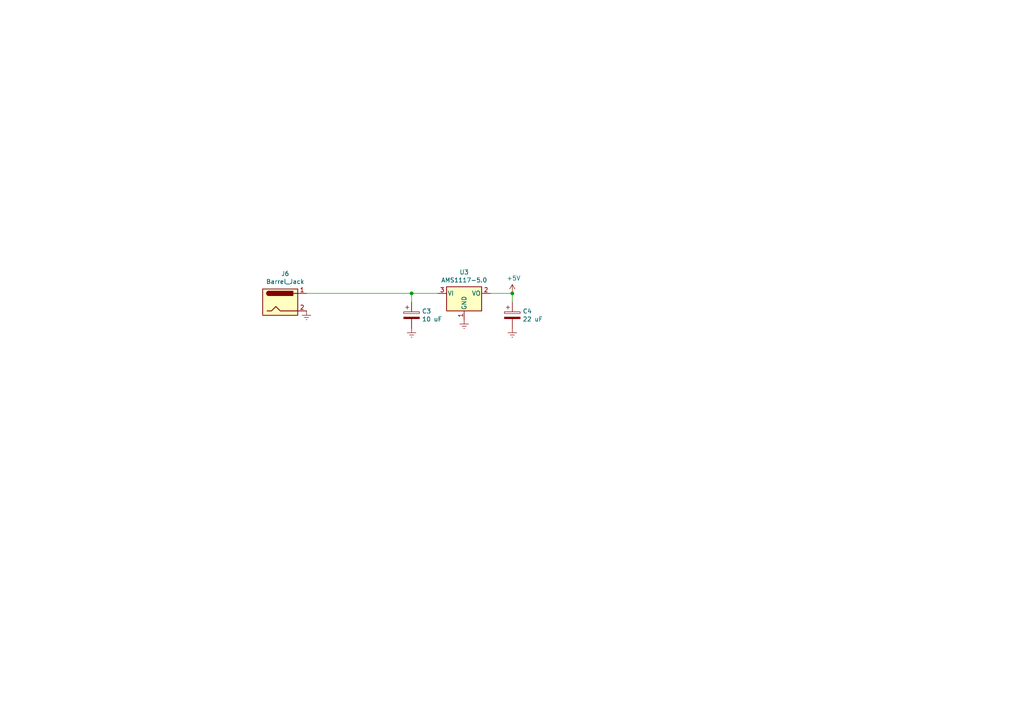
<source format=kicad_sch>
(kicad_sch (version 20211123) (generator eeschema)
  (paper "A4")
  (lib_symbols
    (symbol "Connector:Barrel_Jack" (pin_names (offset 1.016))
      (property "Reference" "J" (at 0 5.334 0))
      (property "Value" "Barrel_Jack" (at 0 -5.08 0))
      (symbol "Barrel_Jack_0_1"
        (rectangle (start -5.08 3.81) (end 5.08 -3.81) (stroke (width 0.254)) (fill (type background)))
        (arc (start -3.302 3.175) (mid -3.937 2.54) (end -3.302 1.905) (stroke (width 0.254)))
        (arc (start -3.302 3.175) (mid -3.937 2.54) (end -3.302 1.905) (stroke (width 0.254)) (fill (type outline)))
        (polyline (pts (xy 5.08 2.54) (xy 3.81 2.54)) (stroke (width 0.254)))
        (polyline (pts (xy -3.81 -2.54) (xy -2.54 -2.54) (xy -1.27 -1.27) (xy 0 -2.54) (xy 2.54 -2.54) (xy 5.08 -2.54)) (stroke (width 0.254)))
        (rectangle (start 3.683 3.175) (end -3.302 1.905) (stroke (width 0.254)) (fill (type outline)))
      )
      (symbol "Barrel_Jack_1_1"
        (pin passive line (at 7.62 2.54 180) (length 2.54) (name "~") (number "1"))
        (pin passive line (at 7.62 -2.54 180) (length 2.54) (name "~") (number "2"))
      )
    )
    (symbol "Regulator_Linear:AMS1117-5.0" (pin_names (offset 0.254))
      (property "Reference" "U" (at -3.81 3.175 0))
      (property "Value" "AMS1117-5.0" (at 0 3.175 0))
      (symbol "AMS1117-5.0_0_1"
        (rectangle (start -5.08 -5.08) (end 5.08 1.905) (stroke (width 0.254)) (fill (type background)))
      )
      (symbol "AMS1117-5.0_1_1"
        (pin power_in line (at 0 -7.62 90) (length 2.54) (name "GND") (number "1"))
        (pin power_out line (at 7.62 0 180) (length 2.54) (name "VO") (number "2"))
        (pin power_in line (at -7.62 0 0) (length 2.54) (name "VI") (number "3"))
      )
    )
    (symbol "base_controller-rescue:CP-Device" (pin_numbers hide) (pin_names (offset 0.254))
      (property "Reference" "C" (at 0.635 2.54 0))
      (property "Value" "CP-Device" (at 0.635 -2.54 0))
      (symbol "CP-Device_0_1"
        (rectangle (start -2.286 0.508) (end 2.286 1.016))
        (polyline (pts (xy -1.778 2.286) (xy -0.762 2.286)))
        (polyline (pts (xy -1.27 2.794) (xy -1.27 1.778)))
        (rectangle (start 2.286 -0.508) (end -2.286 -1.016) (fill (type outline)))
      )
      (symbol "CP-Device_1_1"
        (pin passive line (at 0 3.81 270) (length 2.794) (name "~") (number "1"))
        (pin passive line (at 0 -3.81 90) (length 2.794) (name "~") (number "2"))
      )
    )
    (symbol "power:+5V" (power) (pin_names (offset 0))
      (property "Value" "+5V" (at 0 3.556 0))
      (symbol "+5V_0_1"
        (polyline (pts (xy -0.762 1.27) (xy 0 2.54)))
        (polyline (pts (xy 0 0) (xy 0 2.54)))
        (polyline (pts (xy 0 2.54) (xy 0.762 1.27)))
      )
      (symbol "+5V_1_1"
        (pin power_in line (at 0 0 90) (length 0) hide (name "+5V") (number "1"))
      )
    )
    (symbol "power:Earth" (power) (pin_names (offset 0))
      (symbol "Earth_0_1"
        (polyline (pts (xy -0.635 -1.905) (xy 0.635 -1.905)))
        (polyline (pts (xy -0.127 -2.54) (xy 0.127 -2.54)))
        (polyline (pts (xy 0 -1.27) (xy 0 0)))
        (polyline (pts (xy 1.27 -1.27) (xy -1.27 -1.27)))
      )
      (symbol "Earth_1_1"
        (pin power_in line (at 0 0 270) (length 0) hide (name "Earth") (number "1"))
      )
    )
  )
  (junction (at 148.59 85.09))
  (junction (at 119.38 85.09))
  (wire (pts (xy 142.24 85.09) (xy 148.59 85.09)))
  (wire (pts (xy 148.59 85.09) (xy 148.59 87.63)))
  (wire (pts (xy 88.9 85.09) (xy 119.38 85.09)))
  (wire (pts (xy 127 85.09) (xy 119.38 85.09)))
  (wire (pts (xy 119.38 85.09) (xy 119.38 87.63)))
  (symbol (lib_id "Regulator_Linear:AMS1117-5.0") (at 134.62 85.09 0) (unit 1)
    (property "Reference" "U3" (at 134.62 78.9432 0))
    (property "Value" "AMS1117-5.0" (at 134.62 81.2546 0))
    (property "Footprint" "Package_TO_SOT_SMD:TO-252-3_TabPin4" (effects hide))
    (property "Datasheet" "http://www.advanced-monolithic.com/pdf/ds1117.pdf" (effects hide))
  )
  (symbol (lib_id "base_controller-rescue:CP-Device") (at 119.38 91.44 0) (unit 1)
    (property "Reference" "C3" (at 122.3772 90.2716 0) (effects (justify left)))
    (property "Value" "10 uF" (at 122.3772 92.583 0) (effects (justify left)))
    (property "Footprint" "Capacitor_THT:CP_Radial_D5.0mm_P2.00mm" (effects hide))
  )
  (symbol (lib_id "base_controller-rescue:CP-Device") (at 148.59 91.44 0) (unit 1)
    (property "Reference" "C4" (at 151.5872 90.2716 0) (effects (justify left)))
    (property "Value" "22 uF" (at 151.5872 92.583 0) (effects (justify left)))
    (property "Footprint" "Capacitor_THT:CP_Radial_D5.0mm_P2.00mm" (effects hide))
  )
  (symbol (lib_id "power:+5V") (at 148.59 85.09 0) (unit 1)
    (property "Reference" "#PWR0107" (effects hide))
    (property "Value" "+5V" (at 148.971 80.6958 0))
  )
  (symbol (lib_id "power:Earth") (at 119.38 95.25 0) (unit 1)
    (property "Reference" "#PWR0108" (effects hide))
    (property "Value" "Earth" (effects hide))
  )
  (symbol (lib_id "power:Earth") (at 134.62 92.71 0) (unit 1)
    (property "Reference" "#PWR0109" (effects hide))
    (property "Value" "Earth" (effects hide))
  )
  (symbol (lib_id "power:Earth") (at 148.59 95.25 0) (unit 1)
    (property "Reference" "#PWR0110" (effects hide))
    (property "Value" "Earth" (effects hide))
  )
  (symbol (lib_id "Connector:Barrel_Jack") (at 81.28 87.63 0) (unit 1)
    (property "Reference" "J6" (at 82.7278 79.375 0))
    (property "Value" "Barrel_Jack" (at 82.7278 81.6864 0))
    (property "Footprint" "Connector_BarrelJack:BarrelJack_Horizontal" (effects hide))
  )
  (symbol (lib_id "power:Earth") (at 88.9 90.17 0) (unit 1)
    (property "Reference" "#PWR0111" (effects hide))
    (property "Value" "Earth" (effects hide))
  )
)
</source>
